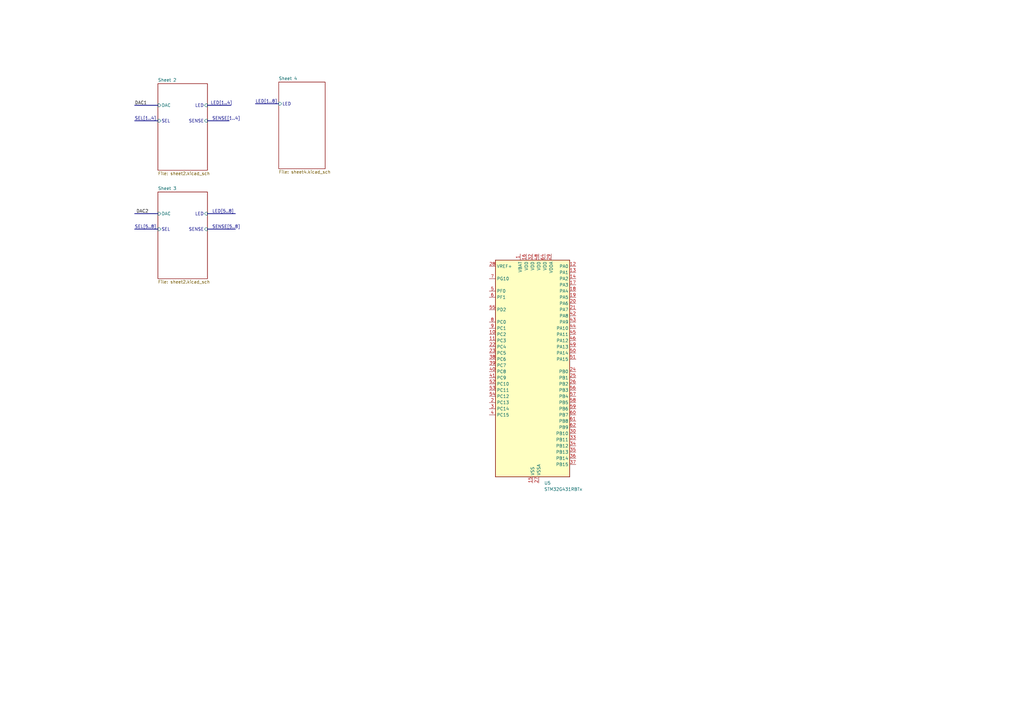
<source format=kicad_sch>
(kicad_sch (version 20230121) (generator eeschema)

  (uuid c74719ba-f06a-44f5-9938-a8dc2ea94ffa)

  (paper "A3")

  (lib_symbols
    (symbol "MCU_ST_STM32G4:STM32G431RBTx" (in_bom yes) (on_board yes)
      (property "Reference" "U" (at -15.24 46.99 0)
        (effects (font (size 1.27 1.27)) (justify left))
      )
      (property "Value" "STM32G431RBTx" (at 10.16 46.99 0)
        (effects (font (size 1.27 1.27)) (justify left))
      )
      (property "Footprint" "Package_QFP:LQFP-64_10x10mm_P0.5mm" (at -15.24 -43.18 0)
        (effects (font (size 1.27 1.27)) (justify right) hide)
      )
      (property "Datasheet" "https://www.st.com/resource/en/datasheet/stm32g431rb.pdf" (at 0 0 0)
        (effects (font (size 1.27 1.27)) hide)
      )
      (property "ki_locked" "" (at 0 0 0)
        (effects (font (size 1.27 1.27)))
      )
      (property "ki_keywords" "Arm Cortex-M4 STM32G4 STM32G4x1" (at 0 0 0)
        (effects (font (size 1.27 1.27)) hide)
      )
      (property "ki_description" "STMicroelectronics Arm Cortex-M4 MCU, 128KB flash, 32KB RAM, 170 MHz, 1.71-3.6V, 52 GPIO, LQFP64" (at 0 0 0)
        (effects (font (size 1.27 1.27)) hide)
      )
      (property "ki_fp_filters" "LQFP*10x10mm*P0.5mm*" (at 0 0 0)
        (effects (font (size 1.27 1.27)) hide)
      )
      (symbol "STM32G431RBTx_0_1"
        (rectangle (start -15.24 -43.18) (end 15.24 45.72)
          (stroke (width 0.254) (type default))
          (fill (type background))
        )
      )
      (symbol "STM32G431RBTx_1_1"
        (pin power_in line (at -5.08 48.26 270) (length 2.54)
          (name "VBAT" (effects (font (size 1.27 1.27))))
          (number "1" (effects (font (size 1.27 1.27))))
        )
        (pin bidirectional line (at -17.78 15.24 0) (length 2.54)
          (name "PC2" (effects (font (size 1.27 1.27))))
          (number "10" (effects (font (size 1.27 1.27))))
          (alternate "ADC1_IN8" bidirectional line)
          (alternate "ADC2_IN8" bidirectional line)
          (alternate "COMP3_OUT" bidirectional line)
          (alternate "LPTIM1_IN2" bidirectional line)
          (alternate "TIM1_CH3" bidirectional line)
        )
        (pin bidirectional line (at -17.78 12.7 0) (length 2.54)
          (name "PC3" (effects (font (size 1.27 1.27))))
          (number "11" (effects (font (size 1.27 1.27))))
          (alternate "ADC1_IN9" bidirectional line)
          (alternate "ADC2_IN9" bidirectional line)
          (alternate "LPTIM1_ETR" bidirectional line)
          (alternate "SAI1_D1" bidirectional line)
          (alternate "SAI1_SD_A" bidirectional line)
          (alternate "TIM1_BKIN2" bidirectional line)
          (alternate "TIM1_CH4" bidirectional line)
        )
        (pin bidirectional line (at 17.78 43.18 180) (length 2.54)
          (name "PA0" (effects (font (size 1.27 1.27))))
          (number "12" (effects (font (size 1.27 1.27))))
          (alternate "ADC1_IN1" bidirectional line)
          (alternate "ADC2_IN1" bidirectional line)
          (alternate "COMP1_INM" bidirectional line)
          (alternate "COMP1_OUT" bidirectional line)
          (alternate "COMP3_INP" bidirectional line)
          (alternate "RTC_TAMP2" bidirectional line)
          (alternate "SYS_WKUP1" bidirectional line)
          (alternate "TIM2_CH1" bidirectional line)
          (alternate "TIM2_ETR" bidirectional line)
          (alternate "TIM8_BKIN" bidirectional line)
          (alternate "TIM8_ETR" bidirectional line)
          (alternate "USART2_CTS" bidirectional line)
          (alternate "USART2_NSS" bidirectional line)
        )
        (pin bidirectional line (at 17.78 40.64 180) (length 2.54)
          (name "PA1" (effects (font (size 1.27 1.27))))
          (number "13" (effects (font (size 1.27 1.27))))
          (alternate "ADC1_IN2" bidirectional line)
          (alternate "ADC2_IN2" bidirectional line)
          (alternate "COMP1_INP" bidirectional line)
          (alternate "OPAMP1_VINP" bidirectional line)
          (alternate "OPAMP1_VINP_SEC" bidirectional line)
          (alternate "OPAMP3_VINP" bidirectional line)
          (alternate "OPAMP3_VINP_SEC" bidirectional line)
          (alternate "RTC_REFIN" bidirectional line)
          (alternate "TIM15_CH1N" bidirectional line)
          (alternate "TIM2_CH2" bidirectional line)
          (alternate "USART2_DE" bidirectional line)
          (alternate "USART2_RTS" bidirectional line)
        )
        (pin bidirectional line (at 17.78 38.1 180) (length 2.54)
          (name "PA2" (effects (font (size 1.27 1.27))))
          (number "14" (effects (font (size 1.27 1.27))))
          (alternate "ADC1_IN3" bidirectional line)
          (alternate "COMP2_INM" bidirectional line)
          (alternate "COMP2_OUT" bidirectional line)
          (alternate "LPUART1_TX" bidirectional line)
          (alternate "OPAMP1_VOUT" bidirectional line)
          (alternate "RCC_LSCO" bidirectional line)
          (alternate "SYS_WKUP4" bidirectional line)
          (alternate "TIM15_CH1" bidirectional line)
          (alternate "TIM2_CH3" bidirectional line)
          (alternate "UCPD1_FRSTX1" bidirectional line)
          (alternate "UCPD1_FRSTX2" bidirectional line)
          (alternate "USART2_TX" bidirectional line)
        )
        (pin power_in line (at 0 -45.72 90) (length 2.54)
          (name "VSS" (effects (font (size 1.27 1.27))))
          (number "15" (effects (font (size 1.27 1.27))))
        )
        (pin power_in line (at -2.54 48.26 270) (length 2.54)
          (name "VDD" (effects (font (size 1.27 1.27))))
          (number "16" (effects (font (size 1.27 1.27))))
        )
        (pin bidirectional line (at 17.78 35.56 180) (length 2.54)
          (name "PA3" (effects (font (size 1.27 1.27))))
          (number "17" (effects (font (size 1.27 1.27))))
          (alternate "ADC1_IN4" bidirectional line)
          (alternate "COMP2_INP" bidirectional line)
          (alternate "LPUART1_RX" bidirectional line)
          (alternate "OPAMP1_VINM" bidirectional line)
          (alternate "OPAMP1_VINM0" bidirectional line)
          (alternate "OPAMP1_VINM_SEC" bidirectional line)
          (alternate "OPAMP1_VINP" bidirectional line)
          (alternate "OPAMP1_VINP_SEC" bidirectional line)
          (alternate "SAI1_CK1" bidirectional line)
          (alternate "SAI1_MCLK_A" bidirectional line)
          (alternate "TIM15_CH2" bidirectional line)
          (alternate "TIM2_CH4" bidirectional line)
          (alternate "USART2_RX" bidirectional line)
        )
        (pin bidirectional line (at 17.78 33.02 180) (length 2.54)
          (name "PA4" (effects (font (size 1.27 1.27))))
          (number "18" (effects (font (size 1.27 1.27))))
          (alternate "ADC2_IN17" bidirectional line)
          (alternate "COMP1_INM" bidirectional line)
          (alternate "DAC1_OUT1" bidirectional line)
          (alternate "I2S3_WS" bidirectional line)
          (alternate "SAI1_FS_B" bidirectional line)
          (alternate "SPI1_NSS" bidirectional line)
          (alternate "SPI3_NSS" bidirectional line)
          (alternate "TIM3_CH2" bidirectional line)
          (alternate "USART2_CK" bidirectional line)
        )
        (pin bidirectional line (at 17.78 30.48 180) (length 2.54)
          (name "PA5" (effects (font (size 1.27 1.27))))
          (number "19" (effects (font (size 1.27 1.27))))
          (alternate "ADC2_IN13" bidirectional line)
          (alternate "COMP2_INM" bidirectional line)
          (alternate "DAC1_OUT2" bidirectional line)
          (alternate "OPAMP2_VINM" bidirectional line)
          (alternate "OPAMP2_VINM0" bidirectional line)
          (alternate "OPAMP2_VINM_SEC" bidirectional line)
          (alternate "SPI1_SCK" bidirectional line)
          (alternate "TIM2_CH1" bidirectional line)
          (alternate "TIM2_ETR" bidirectional line)
          (alternate "UCPD1_FRSTX1" bidirectional line)
          (alternate "UCPD1_FRSTX2" bidirectional line)
        )
        (pin bidirectional line (at -17.78 -12.7 0) (length 2.54)
          (name "PC13" (effects (font (size 1.27 1.27))))
          (number "2" (effects (font (size 1.27 1.27))))
          (alternate "RTC_OUT1" bidirectional line)
          (alternate "RTC_TAMP1" bidirectional line)
          (alternate "RTC_TS" bidirectional line)
          (alternate "SYS_WKUP2" bidirectional line)
          (alternate "TIM1_BKIN" bidirectional line)
          (alternate "TIM1_CH1N" bidirectional line)
          (alternate "TIM8_CH4N" bidirectional line)
        )
        (pin bidirectional line (at 17.78 27.94 180) (length 2.54)
          (name "PA6" (effects (font (size 1.27 1.27))))
          (number "20" (effects (font (size 1.27 1.27))))
          (alternate "ADC2_IN3" bidirectional line)
          (alternate "COMP1_OUT" bidirectional line)
          (alternate "LPUART1_CTS" bidirectional line)
          (alternate "OPAMP2_VOUT" bidirectional line)
          (alternate "SPI1_MISO" bidirectional line)
          (alternate "TIM16_CH1" bidirectional line)
          (alternate "TIM1_BKIN" bidirectional line)
          (alternate "TIM3_CH1" bidirectional line)
          (alternate "TIM8_BKIN" bidirectional line)
        )
        (pin bidirectional line (at 17.78 25.4 180) (length 2.54)
          (name "PA7" (effects (font (size 1.27 1.27))))
          (number "21" (effects (font (size 1.27 1.27))))
          (alternate "ADC2_IN4" bidirectional line)
          (alternate "COMP2_INP" bidirectional line)
          (alternate "COMP2_OUT" bidirectional line)
          (alternate "OPAMP1_VINP" bidirectional line)
          (alternate "OPAMP1_VINP_SEC" bidirectional line)
          (alternate "OPAMP2_VINP" bidirectional line)
          (alternate "OPAMP2_VINP_SEC" bidirectional line)
          (alternate "SPI1_MOSI" bidirectional line)
          (alternate "TIM17_CH1" bidirectional line)
          (alternate "TIM1_CH1N" bidirectional line)
          (alternate "TIM3_CH2" bidirectional line)
          (alternate "TIM8_CH1N" bidirectional line)
          (alternate "UCPD1_FRSTX1" bidirectional line)
          (alternate "UCPD1_FRSTX2" bidirectional line)
        )
        (pin bidirectional line (at -17.78 10.16 0) (length 2.54)
          (name "PC4" (effects (font (size 1.27 1.27))))
          (number "22" (effects (font (size 1.27 1.27))))
          (alternate "ADC2_IN5" bidirectional line)
          (alternate "I2C2_SCL" bidirectional line)
          (alternate "TIM1_ETR" bidirectional line)
          (alternate "USART1_TX" bidirectional line)
        )
        (pin bidirectional line (at -17.78 7.62 0) (length 2.54)
          (name "PC5" (effects (font (size 1.27 1.27))))
          (number "23" (effects (font (size 1.27 1.27))))
          (alternate "ADC2_IN11" bidirectional line)
          (alternate "OPAMP1_VINM" bidirectional line)
          (alternate "OPAMP1_VINM1" bidirectional line)
          (alternate "OPAMP1_VINM_SEC" bidirectional line)
          (alternate "OPAMP2_VINM" bidirectional line)
          (alternate "OPAMP2_VINM1" bidirectional line)
          (alternate "OPAMP2_VINM_SEC" bidirectional line)
          (alternate "SAI1_D3" bidirectional line)
          (alternate "SYS_WKUP5" bidirectional line)
          (alternate "TIM15_BKIN" bidirectional line)
          (alternate "TIM1_CH4N" bidirectional line)
          (alternate "USART1_RX" bidirectional line)
        )
        (pin bidirectional line (at 17.78 0 180) (length 2.54)
          (name "PB0" (effects (font (size 1.27 1.27))))
          (number "24" (effects (font (size 1.27 1.27))))
          (alternate "ADC1_IN15" bidirectional line)
          (alternate "COMP4_INP" bidirectional line)
          (alternate "OPAMP2_VINP" bidirectional line)
          (alternate "OPAMP2_VINP_SEC" bidirectional line)
          (alternate "OPAMP3_VINP" bidirectional line)
          (alternate "OPAMP3_VINP_SEC" bidirectional line)
          (alternate "TIM1_CH2N" bidirectional line)
          (alternate "TIM3_CH3" bidirectional line)
          (alternate "TIM8_CH2N" bidirectional line)
          (alternate "UCPD1_FRSTX1" bidirectional line)
          (alternate "UCPD1_FRSTX2" bidirectional line)
        )
        (pin bidirectional line (at 17.78 -2.54 180) (length 2.54)
          (name "PB1" (effects (font (size 1.27 1.27))))
          (number "25" (effects (font (size 1.27 1.27))))
          (alternate "ADC1_IN12" bidirectional line)
          (alternate "COMP1_INP" bidirectional line)
          (alternate "COMP4_OUT" bidirectional line)
          (alternate "LPUART1_DE" bidirectional line)
          (alternate "LPUART1_RTS" bidirectional line)
          (alternate "OPAMP3_VOUT" bidirectional line)
          (alternate "TIM1_CH3N" bidirectional line)
          (alternate "TIM3_CH4" bidirectional line)
          (alternate "TIM8_CH3N" bidirectional line)
        )
        (pin bidirectional line (at 17.78 -5.08 180) (length 2.54)
          (name "PB2" (effects (font (size 1.27 1.27))))
          (number "26" (effects (font (size 1.27 1.27))))
          (alternate "ADC2_IN12" bidirectional line)
          (alternate "COMP4_INM" bidirectional line)
          (alternate "I2C3_SMBA" bidirectional line)
          (alternate "LPTIM1_OUT" bidirectional line)
          (alternate "OPAMP3_VINM" bidirectional line)
          (alternate "OPAMP3_VINM0" bidirectional line)
          (alternate "OPAMP3_VINM_SEC" bidirectional line)
          (alternate "RTC_OUT2" bidirectional line)
        )
        (pin power_in line (at 2.54 -45.72 90) (length 2.54)
          (name "VSSA" (effects (font (size 1.27 1.27))))
          (number "27" (effects (font (size 1.27 1.27))))
        )
        (pin input line (at -17.78 43.18 0) (length 2.54)
          (name "VREF+" (effects (font (size 1.27 1.27))))
          (number "28" (effects (font (size 1.27 1.27))))
          (alternate "VREFBUF_OUT" bidirectional line)
        )
        (pin power_in line (at 7.62 48.26 270) (length 2.54)
          (name "VDDA" (effects (font (size 1.27 1.27))))
          (number "29" (effects (font (size 1.27 1.27))))
        )
        (pin bidirectional line (at -17.78 -15.24 0) (length 2.54)
          (name "PC14" (effects (font (size 1.27 1.27))))
          (number "3" (effects (font (size 1.27 1.27))))
          (alternate "RCC_OSC32_IN" bidirectional line)
        )
        (pin bidirectional line (at 17.78 -25.4 180) (length 2.54)
          (name "PB10" (effects (font (size 1.27 1.27))))
          (number "30" (effects (font (size 1.27 1.27))))
          (alternate "DAC1_EXTI10" bidirectional line)
          (alternate "DAC3_EXTI10" bidirectional line)
          (alternate "LPUART1_RX" bidirectional line)
          (alternate "OPAMP3_VINM" bidirectional line)
          (alternate "OPAMP3_VINM1" bidirectional line)
          (alternate "OPAMP3_VINM_SEC" bidirectional line)
          (alternate "SAI1_SCK_A" bidirectional line)
          (alternate "TIM1_BKIN" bidirectional line)
          (alternate "TIM2_CH3" bidirectional line)
          (alternate "USART3_TX" bidirectional line)
        )
        (pin passive line (at 0 -45.72 90) (length 2.54) hide
          (name "VSS" (effects (font (size 1.27 1.27))))
          (number "31" (effects (font (size 1.27 1.27))))
        )
        (pin power_in line (at 0 48.26 270) (length 2.54)
          (name "VDD" (effects (font (size 1.27 1.27))))
          (number "32" (effects (font (size 1.27 1.27))))
        )
        (pin bidirectional line (at 17.78 -27.94 180) (length 2.54)
          (name "PB11" (effects (font (size 1.27 1.27))))
          (number "33" (effects (font (size 1.27 1.27))))
          (alternate "ADC1_EXTI11" bidirectional line)
          (alternate "ADC1_IN14" bidirectional line)
          (alternate "ADC2_EXTI11" bidirectional line)
          (alternate "ADC2_IN14" bidirectional line)
          (alternate "LPUART1_TX" bidirectional line)
          (alternate "TIM2_CH4" bidirectional line)
          (alternate "USART3_RX" bidirectional line)
        )
        (pin bidirectional line (at 17.78 -30.48 180) (length 2.54)
          (name "PB12" (effects (font (size 1.27 1.27))))
          (number "34" (effects (font (size 1.27 1.27))))
          (alternate "ADC1_IN11" bidirectional line)
          (alternate "I2C2_SMBA" bidirectional line)
          (alternate "I2S2_WS" bidirectional line)
          (alternate "LPUART1_DE" bidirectional line)
          (alternate "LPUART1_RTS" bidirectional line)
          (alternate "SPI2_NSS" bidirectional line)
          (alternate "TIM1_BKIN" bidirectional line)
          (alternate "USART3_CK" bidirectional line)
        )
        (pin bidirectional line (at 17.78 -33.02 180) (length 2.54)
          (name "PB13" (effects (font (size 1.27 1.27))))
          (number "35" (effects (font (size 1.27 1.27))))
          (alternate "I2S2_CK" bidirectional line)
          (alternate "LPUART1_CTS" bidirectional line)
          (alternate "OPAMP3_VINP" bidirectional line)
          (alternate "OPAMP3_VINP_SEC" bidirectional line)
          (alternate "SPI2_SCK" bidirectional line)
          (alternate "TIM1_CH1N" bidirectional line)
          (alternate "USART3_CTS" bidirectional line)
          (alternate "USART3_NSS" bidirectional line)
        )
        (pin bidirectional line (at 17.78 -35.56 180) (length 2.54)
          (name "PB14" (effects (font (size 1.27 1.27))))
          (number "36" (effects (font (size 1.27 1.27))))
          (alternate "ADC1_IN5" bidirectional line)
          (alternate "COMP4_OUT" bidirectional line)
          (alternate "OPAMP2_VINP" bidirectional line)
          (alternate "OPAMP2_VINP_SEC" bidirectional line)
          (alternate "SPI2_MISO" bidirectional line)
          (alternate "TIM15_CH1" bidirectional line)
          (alternate "TIM1_CH2N" bidirectional line)
          (alternate "USART3_DE" bidirectional line)
          (alternate "USART3_RTS" bidirectional line)
        )
        (pin bidirectional line (at 17.78 -38.1 180) (length 2.54)
          (name "PB15" (effects (font (size 1.27 1.27))))
          (number "37" (effects (font (size 1.27 1.27))))
          (alternate "ADC1_EXTI15" bidirectional line)
          (alternate "ADC2_EXTI15" bidirectional line)
          (alternate "ADC2_IN15" bidirectional line)
          (alternate "COMP3_OUT" bidirectional line)
          (alternate "I2S2_SD" bidirectional line)
          (alternate "RTC_REFIN" bidirectional line)
          (alternate "SPI2_MOSI" bidirectional line)
          (alternate "TIM15_CH1N" bidirectional line)
          (alternate "TIM15_CH2" bidirectional line)
          (alternate "TIM1_CH3N" bidirectional line)
        )
        (pin bidirectional line (at -17.78 5.08 0) (length 2.54)
          (name "PC6" (effects (font (size 1.27 1.27))))
          (number "38" (effects (font (size 1.27 1.27))))
          (alternate "I2S2_MCK" bidirectional line)
          (alternate "TIM3_CH1" bidirectional line)
          (alternate "TIM8_CH1" bidirectional line)
        )
        (pin bidirectional line (at -17.78 2.54 0) (length 2.54)
          (name "PC7" (effects (font (size 1.27 1.27))))
          (number "39" (effects (font (size 1.27 1.27))))
          (alternate "I2S3_MCK" bidirectional line)
          (alternate "TIM3_CH2" bidirectional line)
          (alternate "TIM8_CH2" bidirectional line)
        )
        (pin bidirectional line (at -17.78 -17.78 0) (length 2.54)
          (name "PC15" (effects (font (size 1.27 1.27))))
          (number "4" (effects (font (size 1.27 1.27))))
          (alternate "ADC1_EXTI15" bidirectional line)
          (alternate "ADC2_EXTI15" bidirectional line)
          (alternate "RCC_OSC32_OUT" bidirectional line)
        )
        (pin bidirectional line (at -17.78 0 0) (length 2.54)
          (name "PC8" (effects (font (size 1.27 1.27))))
          (number "40" (effects (font (size 1.27 1.27))))
          (alternate "I2C3_SCL" bidirectional line)
          (alternate "TIM3_CH3" bidirectional line)
          (alternate "TIM8_CH3" bidirectional line)
        )
        (pin bidirectional line (at -17.78 -2.54 0) (length 2.54)
          (name "PC9" (effects (font (size 1.27 1.27))))
          (number "41" (effects (font (size 1.27 1.27))))
          (alternate "DAC1_EXTI9" bidirectional line)
          (alternate "DAC3_EXTI9" bidirectional line)
          (alternate "I2C3_SDA" bidirectional line)
          (alternate "I2S_CKIN" bidirectional line)
          (alternate "TIM3_CH4" bidirectional line)
          (alternate "TIM8_BKIN2" bidirectional line)
          (alternate "TIM8_CH4" bidirectional line)
        )
        (pin bidirectional line (at 17.78 22.86 180) (length 2.54)
          (name "PA8" (effects (font (size 1.27 1.27))))
          (number "42" (effects (font (size 1.27 1.27))))
          (alternate "I2C2_SDA" bidirectional line)
          (alternate "I2C3_SCL" bidirectional line)
          (alternate "I2S2_MCK" bidirectional line)
          (alternate "RCC_MCO" bidirectional line)
          (alternate "SAI1_CK2" bidirectional line)
          (alternate "SAI1_SCK_A" bidirectional line)
          (alternate "TIM1_CH1" bidirectional line)
          (alternate "TIM4_ETR" bidirectional line)
          (alternate "USART1_CK" bidirectional line)
        )
        (pin bidirectional line (at 17.78 20.32 180) (length 2.54)
          (name "PA9" (effects (font (size 1.27 1.27))))
          (number "43" (effects (font (size 1.27 1.27))))
          (alternate "DAC1_EXTI9" bidirectional line)
          (alternate "DAC3_EXTI9" bidirectional line)
          (alternate "I2C2_SCL" bidirectional line)
          (alternate "I2C3_SMBA" bidirectional line)
          (alternate "I2S3_MCK" bidirectional line)
          (alternate "SAI1_FS_A" bidirectional line)
          (alternate "TIM15_BKIN" bidirectional line)
          (alternate "TIM1_CH2" bidirectional line)
          (alternate "TIM2_CH3" bidirectional line)
          (alternate "UCPD1_DBCC1" bidirectional line)
          (alternate "USART1_TX" bidirectional line)
        )
        (pin bidirectional line (at 17.78 17.78 180) (length 2.54)
          (name "PA10" (effects (font (size 1.27 1.27))))
          (number "44" (effects (font (size 1.27 1.27))))
          (alternate "CRS_SYNC" bidirectional line)
          (alternate "DAC1_EXTI10" bidirectional line)
          (alternate "DAC3_EXTI10" bidirectional line)
          (alternate "I2C2_SMBA" bidirectional line)
          (alternate "SAI1_D1" bidirectional line)
          (alternate "SAI1_SD_A" bidirectional line)
          (alternate "SPI2_MISO" bidirectional line)
          (alternate "TIM17_BKIN" bidirectional line)
          (alternate "TIM1_CH3" bidirectional line)
          (alternate "TIM2_CH4" bidirectional line)
          (alternate "TIM8_BKIN" bidirectional line)
          (alternate "UCPD1_DBCC2" bidirectional line)
          (alternate "USART1_RX" bidirectional line)
        )
        (pin bidirectional line (at 17.78 15.24 180) (length 2.54)
          (name "PA11" (effects (font (size 1.27 1.27))))
          (number "45" (effects (font (size 1.27 1.27))))
          (alternate "ADC1_EXTI11" bidirectional line)
          (alternate "ADC2_EXTI11" bidirectional line)
          (alternate "COMP1_OUT" bidirectional line)
          (alternate "FDCAN1_RX" bidirectional line)
          (alternate "I2S2_SD" bidirectional line)
          (alternate "SPI2_MOSI" bidirectional line)
          (alternate "TIM1_BKIN2" bidirectional line)
          (alternate "TIM1_CH1N" bidirectional line)
          (alternate "TIM1_CH4" bidirectional line)
          (alternate "TIM4_CH1" bidirectional line)
          (alternate "USART1_CTS" bidirectional line)
          (alternate "USART1_NSS" bidirectional line)
          (alternate "USB_DM" bidirectional line)
        )
        (pin bidirectional line (at 17.78 12.7 180) (length 2.54)
          (name "PA12" (effects (font (size 1.27 1.27))))
          (number "46" (effects (font (size 1.27 1.27))))
          (alternate "COMP2_OUT" bidirectional line)
          (alternate "FDCAN1_TX" bidirectional line)
          (alternate "I2S_CKIN" bidirectional line)
          (alternate "TIM16_CH1" bidirectional line)
          (alternate "TIM1_CH2N" bidirectional line)
          (alternate "TIM1_ETR" bidirectional line)
          (alternate "TIM4_CH2" bidirectional line)
          (alternate "USART1_DE" bidirectional line)
          (alternate "USART1_RTS" bidirectional line)
          (alternate "USB_DP" bidirectional line)
        )
        (pin passive line (at 0 -45.72 90) (length 2.54) hide
          (name "VSS" (effects (font (size 1.27 1.27))))
          (number "47" (effects (font (size 1.27 1.27))))
        )
        (pin power_in line (at 2.54 48.26 270) (length 2.54)
          (name "VDD" (effects (font (size 1.27 1.27))))
          (number "48" (effects (font (size 1.27 1.27))))
        )
        (pin bidirectional line (at 17.78 10.16 180) (length 2.54)
          (name "PA13" (effects (font (size 1.27 1.27))))
          (number "49" (effects (font (size 1.27 1.27))))
          (alternate "I2C1_SCL" bidirectional line)
          (alternate "IR_OUT" bidirectional line)
          (alternate "SAI1_SD_B" bidirectional line)
          (alternate "SYS_JTMS-SWDIO" bidirectional line)
          (alternate "TIM16_CH1N" bidirectional line)
          (alternate "TIM4_CH3" bidirectional line)
          (alternate "USART3_CTS" bidirectional line)
          (alternate "USART3_NSS" bidirectional line)
        )
        (pin bidirectional line (at -17.78 33.02 0) (length 2.54)
          (name "PF0" (effects (font (size 1.27 1.27))))
          (number "5" (effects (font (size 1.27 1.27))))
          (alternate "ADC1_IN10" bidirectional line)
          (alternate "I2C2_SDA" bidirectional line)
          (alternate "I2S2_WS" bidirectional line)
          (alternate "RCC_OSC_IN" bidirectional line)
          (alternate "SPI2_NSS" bidirectional line)
          (alternate "TIM1_CH3N" bidirectional line)
        )
        (pin bidirectional line (at 17.78 7.62 180) (length 2.54)
          (name "PA14" (effects (font (size 1.27 1.27))))
          (number "50" (effects (font (size 1.27 1.27))))
          (alternate "I2C1_SDA" bidirectional line)
          (alternate "LPTIM1_OUT" bidirectional line)
          (alternate "SAI1_FS_B" bidirectional line)
          (alternate "SYS_JTCK-SWCLK" bidirectional line)
          (alternate "TIM1_BKIN" bidirectional line)
          (alternate "TIM8_CH2" bidirectional line)
          (alternate "USART2_TX" bidirectional line)
        )
        (pin bidirectional line (at 17.78 5.08 180) (length 2.54)
          (name "PA15" (effects (font (size 1.27 1.27))))
          (number "51" (effects (font (size 1.27 1.27))))
          (alternate "ADC1_EXTI15" bidirectional line)
          (alternate "ADC2_EXTI15" bidirectional line)
          (alternate "I2C1_SCL" bidirectional line)
          (alternate "I2S3_WS" bidirectional line)
          (alternate "SPI1_NSS" bidirectional line)
          (alternate "SPI3_NSS" bidirectional line)
          (alternate "SYS_JTDI" bidirectional line)
          (alternate "TIM1_BKIN" bidirectional line)
          (alternate "TIM2_CH1" bidirectional line)
          (alternate "TIM2_ETR" bidirectional line)
          (alternate "TIM8_CH1" bidirectional line)
          (alternate "UART4_DE" bidirectional line)
          (alternate "UART4_RTS" bidirectional line)
          (alternate "USART2_RX" bidirectional line)
        )
        (pin bidirectional line (at -17.78 -5.08 0) (length 2.54)
          (name "PC10" (effects (font (size 1.27 1.27))))
          (number "52" (effects (font (size 1.27 1.27))))
          (alternate "DAC1_EXTI10" bidirectional line)
          (alternate "DAC3_EXTI10" bidirectional line)
          (alternate "I2S3_CK" bidirectional line)
          (alternate "SPI3_SCK" bidirectional line)
          (alternate "TIM8_CH1N" bidirectional line)
          (alternate "UART4_TX" bidirectional line)
          (alternate "USART3_TX" bidirectional line)
        )
        (pin bidirectional line (at -17.78 -7.62 0) (length 2.54)
          (name "PC11" (effects (font (size 1.27 1.27))))
          (number "53" (effects (font (size 1.27 1.27))))
          (alternate "ADC1_EXTI11" bidirectional line)
          (alternate "ADC2_EXTI11" bidirectional line)
          (alternate "I2C3_SDA" bidirectional line)
          (alternate "SPI3_MISO" bidirectional line)
          (alternate "TIM8_CH2N" bidirectional line)
          (alternate "UART4_RX" bidirectional line)
          (alternate "USART3_RX" bidirectional line)
        )
        (pin bidirectional line (at -17.78 -10.16 0) (length 2.54)
          (name "PC12" (effects (font (size 1.27 1.27))))
          (number "54" (effects (font (size 1.27 1.27))))
          (alternate "I2S3_SD" bidirectional line)
          (alternate "SPI3_MOSI" bidirectional line)
          (alternate "TIM8_CH3N" bidirectional line)
          (alternate "UCPD1_FRSTX1" bidirectional line)
          (alternate "UCPD1_FRSTX2" bidirectional line)
          (alternate "USART3_CK" bidirectional line)
        )
        (pin bidirectional line (at -17.78 25.4 0) (length 2.54)
          (name "PD2" (effects (font (size 1.27 1.27))))
          (number "55" (effects (font (size 1.27 1.27))))
          (alternate "TIM3_ETR" bidirectional line)
          (alternate "TIM8_BKIN" bidirectional line)
        )
        (pin bidirectional line (at 17.78 -7.62 180) (length 2.54)
          (name "PB3" (effects (font (size 1.27 1.27))))
          (number "56" (effects (font (size 1.27 1.27))))
          (alternate "CRS_SYNC" bidirectional line)
          (alternate "I2S3_CK" bidirectional line)
          (alternate "SAI1_SCK_B" bidirectional line)
          (alternate "SPI1_SCK" bidirectional line)
          (alternate "SPI3_SCK" bidirectional line)
          (alternate "SYS_JTDO-SWO" bidirectional line)
          (alternate "TIM2_CH2" bidirectional line)
          (alternate "TIM3_ETR" bidirectional line)
          (alternate "TIM4_ETR" bidirectional line)
          (alternate "TIM8_CH1N" bidirectional line)
          (alternate "USART2_TX" bidirectional line)
        )
        (pin bidirectional line (at 17.78 -10.16 180) (length 2.54)
          (name "PB4" (effects (font (size 1.27 1.27))))
          (number "57" (effects (font (size 1.27 1.27))))
          (alternate "SAI1_MCLK_B" bidirectional line)
          (alternate "SPI1_MISO" bidirectional line)
          (alternate "SPI3_MISO" bidirectional line)
          (alternate "SYS_JTRST" bidirectional line)
          (alternate "TIM16_CH1" bidirectional line)
          (alternate "TIM17_BKIN" bidirectional line)
          (alternate "TIM3_CH1" bidirectional line)
          (alternate "TIM8_CH2N" bidirectional line)
          (alternate "UCPD1_CC2" bidirectional line)
          (alternate "USART2_RX" bidirectional line)
        )
        (pin bidirectional line (at 17.78 -12.7 180) (length 2.54)
          (name "PB5" (effects (font (size 1.27 1.27))))
          (number "58" (effects (font (size 1.27 1.27))))
          (alternate "I2C1_SMBA" bidirectional line)
          (alternate "I2C3_SDA" bidirectional line)
          (alternate "I2S3_SD" bidirectional line)
          (alternate "LPTIM1_IN1" bidirectional line)
          (alternate "SAI1_SD_B" bidirectional line)
          (alternate "SPI1_MOSI" bidirectional line)
          (alternate "SPI3_MOSI" bidirectional line)
          (alternate "TIM16_BKIN" bidirectional line)
          (alternate "TIM17_CH1" bidirectional line)
          (alternate "TIM3_CH2" bidirectional line)
          (alternate "TIM8_CH3N" bidirectional line)
          (alternate "USART2_CK" bidirectional line)
        )
        (pin bidirectional line (at 17.78 -15.24 180) (length 2.54)
          (name "PB6" (effects (font (size 1.27 1.27))))
          (number "59" (effects (font (size 1.27 1.27))))
          (alternate "COMP4_OUT" bidirectional line)
          (alternate "LPTIM1_ETR" bidirectional line)
          (alternate "SAI1_FS_B" bidirectional line)
          (alternate "TIM16_CH1N" bidirectional line)
          (alternate "TIM4_CH1" bidirectional line)
          (alternate "TIM8_BKIN2" bidirectional line)
          (alternate "TIM8_CH1" bidirectional line)
          (alternate "TIM8_ETR" bidirectional line)
          (alternate "UCPD1_CC1" bidirectional line)
          (alternate "USART1_TX" bidirectional line)
        )
        (pin bidirectional line (at -17.78 30.48 0) (length 2.54)
          (name "PF1" (effects (font (size 1.27 1.27))))
          (number "6" (effects (font (size 1.27 1.27))))
          (alternate "ADC2_IN10" bidirectional line)
          (alternate "COMP3_INM" bidirectional line)
          (alternate "I2S2_CK" bidirectional line)
          (alternate "RCC_OSC_OUT" bidirectional line)
          (alternate "SPI2_SCK" bidirectional line)
        )
        (pin bidirectional line (at 17.78 -17.78 180) (length 2.54)
          (name "PB7" (effects (font (size 1.27 1.27))))
          (number "60" (effects (font (size 1.27 1.27))))
          (alternate "COMP3_OUT" bidirectional line)
          (alternate "I2C1_SDA" bidirectional line)
          (alternate "LPTIM1_IN2" bidirectional line)
          (alternate "SYS_PVD_IN" bidirectional line)
          (alternate "TIM17_CH1N" bidirectional line)
          (alternate "TIM3_CH4" bidirectional line)
          (alternate "TIM4_CH2" bidirectional line)
          (alternate "TIM8_BKIN" bidirectional line)
          (alternate "UART4_CTS" bidirectional line)
          (alternate "USART1_RX" bidirectional line)
        )
        (pin bidirectional line (at 17.78 -20.32 180) (length 2.54)
          (name "PB8" (effects (font (size 1.27 1.27))))
          (number "61" (effects (font (size 1.27 1.27))))
          (alternate "COMP1_OUT" bidirectional line)
          (alternate "FDCAN1_RX" bidirectional line)
          (alternate "I2C1_SCL" bidirectional line)
          (alternate "SAI1_CK1" bidirectional line)
          (alternate "SAI1_MCLK_A" bidirectional line)
          (alternate "TIM16_CH1" bidirectional line)
          (alternate "TIM1_BKIN" bidirectional line)
          (alternate "TIM4_CH3" bidirectional line)
          (alternate "TIM8_CH2" bidirectional line)
          (alternate "USART3_RX" bidirectional line)
        )
        (pin bidirectional line (at 17.78 -22.86 180) (length 2.54)
          (name "PB9" (effects (font (size 1.27 1.27))))
          (number "62" (effects (font (size 1.27 1.27))))
          (alternate "COMP2_OUT" bidirectional line)
          (alternate "DAC1_EXTI9" bidirectional line)
          (alternate "DAC3_EXTI9" bidirectional line)
          (alternate "FDCAN1_TX" bidirectional line)
          (alternate "I2C1_SDA" bidirectional line)
          (alternate "IR_OUT" bidirectional line)
          (alternate "SAI1_D2" bidirectional line)
          (alternate "SAI1_FS_A" bidirectional line)
          (alternate "TIM17_CH1" bidirectional line)
          (alternate "TIM1_CH3N" bidirectional line)
          (alternate "TIM4_CH4" bidirectional line)
          (alternate "TIM8_CH3" bidirectional line)
          (alternate "USART3_TX" bidirectional line)
        )
        (pin passive line (at 0 -45.72 90) (length 2.54) hide
          (name "VSS" (effects (font (size 1.27 1.27))))
          (number "63" (effects (font (size 1.27 1.27))))
        )
        (pin power_in line (at 5.08 48.26 270) (length 2.54)
          (name "VDD" (effects (font (size 1.27 1.27))))
          (number "64" (effects (font (size 1.27 1.27))))
        )
        (pin bidirectional line (at -17.78 38.1 0) (length 2.54)
          (name "PG10" (effects (font (size 1.27 1.27))))
          (number "7" (effects (font (size 1.27 1.27))))
          (alternate "DAC1_EXTI10" bidirectional line)
          (alternate "DAC3_EXTI10" bidirectional line)
          (alternate "RCC_MCO" bidirectional line)
        )
        (pin bidirectional line (at -17.78 20.32 0) (length 2.54)
          (name "PC0" (effects (font (size 1.27 1.27))))
          (number "8" (effects (font (size 1.27 1.27))))
          (alternate "ADC1_IN6" bidirectional line)
          (alternate "ADC2_IN6" bidirectional line)
          (alternate "COMP3_INM" bidirectional line)
          (alternate "LPTIM1_IN1" bidirectional line)
          (alternate "LPUART1_RX" bidirectional line)
          (alternate "TIM1_CH1" bidirectional line)
        )
        (pin bidirectional line (at -17.78 17.78 0) (length 2.54)
          (name "PC1" (effects (font (size 1.27 1.27))))
          (number "9" (effects (font (size 1.27 1.27))))
          (alternate "ADC1_IN7" bidirectional line)
          (alternate "ADC2_IN7" bidirectional line)
          (alternate "COMP3_INP" bidirectional line)
          (alternate "LPTIM1_OUT" bidirectional line)
          (alternate "LPUART1_TX" bidirectional line)
          (alternate "SAI1_SD_A" bidirectional line)
          (alternate "TIM1_CH2" bidirectional line)
        )
      )
    )
  )


  (bus (pts (xy 85.09 49.53) (xy 93.98 49.53))
    (stroke (width 0) (type default))
    (uuid 25d5120a-2b01-4002-9acb-57f2bcd43f62)
  )
  (bus (pts (xy 64.77 43.18) (xy 55.245 43.18))
    (stroke (width 0) (type default))
    (uuid 38f67f4e-589d-4ff7-b962-e7d68a708c26)
  )
  (bus (pts (xy 55.245 93.98) (xy 64.77 93.98))
    (stroke (width 0) (type default))
    (uuid 44040d24-7ff2-4df8-8d6b-d57b945ad6f8)
  )
  (bus (pts (xy 85.09 93.98) (xy 96.52 93.98))
    (stroke (width 0) (type default))
    (uuid 729624ba-6560-41f1-a4fb-b7d36fea766b)
  )
  (bus (pts (xy 85.09 87.63) (xy 96.52 87.63))
    (stroke (width 0) (type default))
    (uuid ad1ca9aa-de20-4cfa-a220-d23820064a02)
  )
  (bus (pts (xy 104.775 42.545) (xy 114.3 42.545))
    (stroke (width 0) (type default))
    (uuid aeb2e5e2-caee-483d-a09c-0dacf1b3fa67)
  )
  (bus (pts (xy 55.245 49.53) (xy 64.77 49.53))
    (stroke (width 0) (type default))
    (uuid b68a3bb4-a984-4f4c-b0e7-76758ddd5492)
  )
  (bus (pts (xy 55.245 87.63) (xy 64.77 87.63))
    (stroke (width 0) (type default))
    (uuid b728718d-58de-47b3-b927-a1c9817bb245)
  )
  (bus (pts (xy 85.09 43.18) (xy 94.615 43.18))
    (stroke (width 0) (type default))
    (uuid f7d79a94-2737-42d4-987b-89e11291bfde)
  )

  (label "DAC2" (at 55.88 87.63 0) (fields_autoplaced)
    (effects (font (size 1.27 1.27)) (justify left bottom))
    (uuid 076c428d-1671-4b31-ad81-37275d76ca73)
  )
  (label "SEL[5..8]" (at 55.245 93.98 0) (fields_autoplaced)
    (effects (font (size 1.27 1.27)) (justify left bottom))
    (uuid 10d6ad10-eb83-4198-bbea-152fd2085cee)
  )
  (label "LED[1..4]" (at 86.36 43.18 0) (fields_autoplaced)
    (effects (font (size 1.27 1.27)) (justify left bottom))
    (uuid 3063a375-b749-4f4d-aa4f-4b2bc4b35b5f)
  )
  (label "SENSE[5..8]" (at 86.995 93.98 0) (fields_autoplaced)
    (effects (font (size 1.27 1.27)) (justify left bottom))
    (uuid 3d74bbc1-278d-4c93-96e9-c1c497df3f21)
  )
  (label "LED[5..8]" (at 86.995 87.63 0) (fields_autoplaced)
    (effects (font (size 1.27 1.27)) (justify left bottom))
    (uuid 4af64aee-c18f-43bf-a55f-5709085796cb)
  )
  (label "SENSE[1..4]" (at 86.995 49.53 0) (fields_autoplaced)
    (effects (font (size 1.27 1.27)) (justify left bottom))
    (uuid 68e3350e-f1b5-4090-9846-4e5f6f1fba3d)
  )
  (label "LED[1..8]" (at 104.775 42.545 0) (fields_autoplaced)
    (effects (font (size 1.27 1.27)) (justify left bottom))
    (uuid 99579b14-dd28-46e2-bac6-c0da8620ff24)
  )
  (label "DAC1" (at 55.245 43.18 0) (fields_autoplaced)
    (effects (font (size 1.27 1.27)) (justify left bottom))
    (uuid ae3c6427-5946-47ff-8853-3e9a3783f013)
  )
  (label "SEL[1..4]" (at 64.135 49.53 180) (fields_autoplaced)
    (effects (font (size 1.27 1.27)) (justify right bottom))
    (uuid eb1413d8-6c05-415a-8a42-400f4e6d0aba)
  )

  (symbol (lib_id "MCU_ST_STM32G4:STM32G431RBTx") (at 218.44 152.4 0) (unit 1)
    (in_bom yes) (on_board yes) (dnp no) (fields_autoplaced)
    (uuid 628e1559-7f9c-4415-b4f2-a74766931d58)
    (property "Reference" "U5" (at 223.1741 198.12 0)
      (effects (font (size 1.27 1.27)) (justify left))
    )
    (property "Value" "STM32G431RBTx" (at 223.1741 200.66 0)
      (effects (font (size 1.27 1.27)) (justify left))
    )
    (property "Footprint" "Package_QFP:LQFP-64_10x10mm_P0.5mm" (at 203.2 195.58 0)
      (effects (font (size 1.27 1.27)) (justify right) hide)
    )
    (property "Datasheet" "https://www.st.com/resource/en/datasheet/stm32g431rb.pdf" (at 218.44 152.4 0)
      (effects (font (size 1.27 1.27)) hide)
    )
    (pin "46" (uuid ae645592-35a7-4a2f-b408-aef28b1d3e90))
    (pin "2" (uuid 149b9fa8-9347-4027-b6a4-8bcd247e8038))
    (pin "28" (uuid 23d1f1ae-9240-487b-b161-446db7a7585d))
    (pin "47" (uuid 3e2559cd-2c54-420c-99fa-ef323a6e80e1))
    (pin "18" (uuid 2e77e00c-6a85-4768-938e-15742c521ae6))
    (pin "49" (uuid 1cd03c0a-2d36-4bb2-b5a6-26589afbb1be))
    (pin "19" (uuid a88a7e9a-ae16-443e-bb6c-a00b7d4fb9de))
    (pin "25" (uuid 9fb3277f-4c3f-497e-96c1-fd889522eddc))
    (pin "36" (uuid 2e93604e-cc55-48c6-a328-f6f1634e0710))
    (pin "59" (uuid 0ec59674-51e7-4b45-bef2-fb4a1a009bb7))
    (pin "29" (uuid 2c8ed9e2-d6c9-464e-8053-6f03aa12283b))
    (pin "45" (uuid 1e28df8b-cec7-4b02-b744-f2e83b06ce5e))
    (pin "17" (uuid 29060d0d-2f06-429f-babb-ebe8dacd1ebc))
    (pin "20" (uuid 7385f6fb-e5ad-4be4-b1ea-53e305dcb964))
    (pin "13" (uuid f86abbdd-821f-4dc3-b43f-3b756e8eb7e6))
    (pin "14" (uuid f3ae0a36-a704-4e3d-8f9c-7d79c9504480))
    (pin "26" (uuid e1ca1024-0bc6-42fc-8975-1addfd1f67b4))
    (pin "5" (uuid 64600c53-809e-4d71-87db-8c25c73e2ff8))
    (pin "44" (uuid 4d0cdd3a-82ee-4787-a3dc-458db935e50f))
    (pin "50" (uuid 43a63b0c-7968-4cf4-b153-358ad7ba3307))
    (pin "51" (uuid c6bbe70d-cda8-4134-ad4c-58949b58fb56))
    (pin "12" (uuid 3604a5a4-4c04-443e-b263-ec2000291064))
    (pin "53" (uuid abdc0994-19ae-4368-90e4-6112c4a97d8d))
    (pin "10" (uuid c28dee5e-0e36-4d23-b1e5-499fec288188))
    (pin "39" (uuid aca7e56b-3ae9-42da-9a72-bc621ce9e6cf))
    (pin "42" (uuid bdeedb81-f635-48a7-8030-c3033971120c))
    (pin "55" (uuid 3bd89a1f-15c9-4137-a2e7-566aca48ba1c))
    (pin "56" (uuid 0ba443b0-3cde-4c2a-bc30-61d7b646ef5d))
    (pin "57" (uuid 318e7111-7127-4935-bbcc-08f302518914))
    (pin "3" (uuid a8554c2f-40fd-41fa-836a-678948750493))
    (pin "40" (uuid cb671929-a20a-4ac1-84dd-95fd2309df20))
    (pin "41" (uuid efd70126-0441-41a2-848a-5e09a301e32a))
    (pin "15" (uuid 53eb15a9-62e5-4f9d-8cab-a8e38f357288))
    (pin "22" (uuid d7b46286-754c-41db-aa96-66012b41c1d3))
    (pin "32" (uuid 53939e5a-06ff-4594-86dc-e5b0e6360591))
    (pin "38" (uuid 8a8e2076-4e05-4317-8bc0-8765934f5490))
    (pin "4" (uuid 0f713f22-569e-4cc5-9692-4f4dacae5fa6))
    (pin "54" (uuid b1b7e52f-78bf-405d-85a2-c3d73d46ce3d))
    (pin "6" (uuid 2d78c269-ed7d-4966-8ab0-b99cde342b4e))
    (pin "58" (uuid 3d5c8ebd-b174-4c7e-89b4-39f7d2d13605))
    (pin "60" (uuid b69b6ade-3998-47f8-8c71-bd5faf492b5c))
    (pin "16" (uuid f5814167-fe34-45f8-8a91-7916a93a1431))
    (pin "35" (uuid dd52b593-7832-4da3-92e8-f541391e7869))
    (pin "43" (uuid f3d16a0c-24e5-443f-a585-62cb4f539464))
    (pin "63" (uuid 93bfc81d-e51e-46d6-9762-6672371fe3d9))
    (pin "21" (uuid 39fd729c-0f4c-445a-8c12-5f45b47bf68d))
    (pin "33" (uuid 019b019e-e9a6-4d43-80c2-254e88a8d0eb))
    (pin "61" (uuid 431d9e0c-e0bf-4707-b461-2e4bf4624435))
    (pin "48" (uuid d19c3861-f2c2-48ed-91b1-6e9bca25bac6))
    (pin "27" (uuid f2107064-dde4-458b-a447-db39169ee997))
    (pin "24" (uuid d89e0c82-a534-4183-a858-a55d19bb4344))
    (pin "30" (uuid 233cbf95-01e0-4148-9e1a-4c3e52213bf0))
    (pin "23" (uuid f84a4faf-9ef9-4420-be56-8189205b5c81))
    (pin "37" (uuid 0de4ea21-4dae-4c6c-8464-b6feff0bda2c))
    (pin "62" (uuid 51e73da0-4963-42e9-b515-20962019497f))
    (pin "64" (uuid 10bf6a6a-36a6-4066-9f78-97970df262d9))
    (pin "7" (uuid de1d9327-730f-492d-8100-f20c567a2fdf))
    (pin "8" (uuid 2a557e07-d078-44a2-84fa-6c8cf56382ce))
    (pin "11" (uuid 1680ea9c-7550-40c8-ba3d-dfb983326032))
    (pin "1" (uuid 785c6f13-618c-4e2d-a9f8-ab07e7bbe937))
    (pin "31" (uuid 1674f398-4dbb-43fd-93f8-618fd4573330))
    (pin "34" (uuid e94dca12-0e7c-43fd-b08a-9efe6d5f712e))
    (pin "52" (uuid a720e053-2018-4b44-b1cc-9e4251516a2b))
    (pin "9" (uuid cd0142f6-f770-40dd-8c1e-df4a92440a2c))
    (instances
      (project "pbm_device"
        (path "/c74719ba-f06a-44f5-9938-a8dc2ea94ffa"
          (reference "U5") (unit 1)
        )
      )
    )
  )

  (sheet (at 114.3 33.655) (size 19.05 35.56) (fields_autoplaced)
    (stroke (width 0.1524) (type solid))
    (fill (color 0 0 0 0.0000))
    (uuid 46eee6f4-b777-4d25-b1a5-97cbc49bd63c)
    (property "Sheetname" "Sheet 4" (at 114.3 32.9434 0)
      (effects (font (size 1.27 1.27)) (justify left bottom))
    )
    (property "Sheetfile" "sheet4.kicad_sch" (at 114.3 69.7996 0)
      (effects (font (size 1.27 1.27)) (justify left top))
    )
    (pin "LED" input (at 114.3 42.545 180)
      (effects (font (size 1.27 1.27)) (justify left))
      (uuid 124b0a36-0707-4bd1-a4fb-d641dc892fb8)
    )
    (instances
      (project "pbm_device"
        (path "/c74719ba-f06a-44f5-9938-a8dc2ea94ffa" (page "4"))
      )
    )
  )

  (sheet (at 64.77 78.74) (size 20.32 35.56) (fields_autoplaced)
    (stroke (width 0.1524) (type solid))
    (fill (color 0 0 0 0.0000))
    (uuid afb5a5f7-8d8f-4663-8a4b-b51941daccfa)
    (property "Sheetname" "Sheet 3" (at 64.77 78.0284 0)
      (effects (font (size 1.27 1.27)) (justify left bottom))
    )
    (property "Sheetfile" "sheet2.kicad_sch" (at 64.77 114.8846 0)
      (effects (font (size 1.27 1.27)) (justify left top))
    )
    (pin "LED" input (at 85.09 87.63 0)
      (effects (font (size 1.27 1.27)) (justify right))
      (uuid c9bb366c-582d-4308-957f-04980fb5aec4)
    )
    (pin "SEL" input (at 64.77 93.98 180)
      (effects (font (size 1.27 1.27)) (justify left))
      (uuid 82738a86-f5dc-4dc2-b1a2-48f316b4bcdc)
    )
    (pin "DAC" input (at 64.77 87.63 180)
      (effects (font (size 1.27 1.27)) (justify left))
      (uuid 4ed66cd6-85f0-41dd-93a2-9505a55722f9)
    )
    (pin "SENSE" input (at 85.09 93.98 0)
      (effects (font (size 1.27 1.27)) (justify right))
      (uuid 08091ae5-1a8b-430e-b76b-5fd80d44aa41)
    )
    (instances
      (project "pbm_device"
        (path "/c74719ba-f06a-44f5-9938-a8dc2ea94ffa" (page "3"))
      )
    )
  )

  (sheet (at 64.77 34.29) (size 20.32 35.56) (fields_autoplaced)
    (stroke (width 0.1524) (type solid))
    (fill (color 0 0 0 0.0000))
    (uuid cae14b87-4c10-4309-b8c6-8f8334cc405d)
    (property "Sheetname" "Sheet 2" (at 64.77 33.5784 0)
      (effects (font (size 1.27 1.27)) (justify left bottom))
    )
    (property "Sheetfile" "sheet2.kicad_sch" (at 64.77 70.4346 0)
      (effects (font (size 1.27 1.27)) (justify left top))
    )
    (pin "LED" input (at 85.09 43.18 0)
      (effects (font (size 1.27 1.27)) (justify right))
      (uuid 927f3fa5-998d-40f8-837a-972c1be9b037)
    )
    (pin "SEL" input (at 64.77 49.53 180)
      (effects (font (size 1.27 1.27)) (justify left))
      (uuid 8a1e4acb-aa9e-4eda-8d70-1f112e6275b4)
    )
    (pin "SENSE" input (at 85.09 49.53 0)
      (effects (font (size 1.27 1.27)) (justify right))
      (uuid 3e88bafe-2b44-47c8-bc97-acc2f7fb6a62)
    )
    (pin "DAC" input (at 64.77 43.18 180)
      (effects (font (size 1.27 1.27)) (justify left))
      (uuid 53bbb278-94c5-4e87-97d4-286aa7fbf2dd)
    )
    (instances
      (project "pbm_device"
        (path "/c74719ba-f06a-44f5-9938-a8dc2ea94ffa" (page "2"))
      )
    )
  )

  (sheet_instances
    (path "/" (page "1"))
  )
)

</source>
